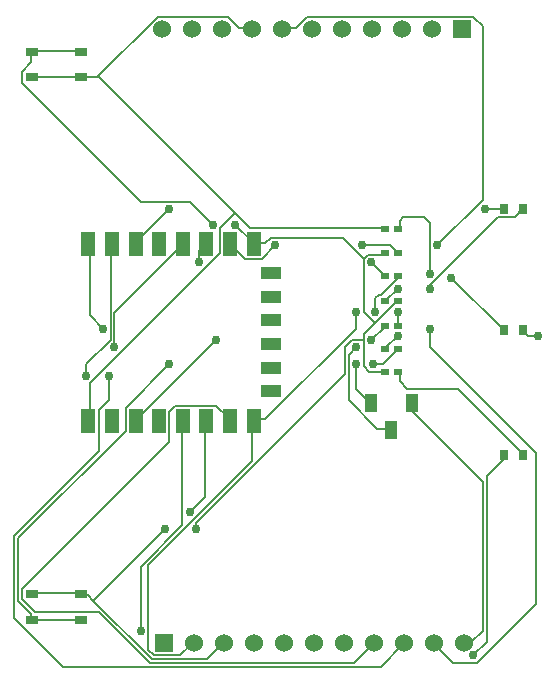
<source format=gbr>
G04 EAGLE Gerber RS-274X export*
G75*
%MOMM*%
%FSLAX34Y34*%
%LPD*%
%INTop Copper*%
%IPPOS*%
%AMOC8*
5,1,8,0,0,1.08239X$1,22.5*%
G01*
%ADD10R,1.524000X1.524000*%
%ADD11C,1.524000*%
%ADD12R,1.200000X2.000000*%
%ADD13R,1.700000X1.100000*%
%ADD14R,0.750000X0.600000*%
%ADD15R,1.050000X0.650000*%
%ADD16R,0.800000X0.950000*%
%ADD17R,1.000000X1.600000*%
%ADD18C,0.152400*%
%ADD19C,0.756400*%


D10*
X596964Y41275D03*
D11*
X622364Y41275D03*
X647764Y41275D03*
X673164Y41275D03*
X698564Y41275D03*
X723964Y41275D03*
X749364Y41275D03*
X774764Y41275D03*
X800164Y41275D03*
X825564Y41275D03*
X850964Y41275D03*
D10*
X850011Y560515D03*
D11*
X824611Y560515D03*
X799211Y560515D03*
X773811Y560515D03*
X748411Y560515D03*
X723011Y560515D03*
X697611Y560515D03*
X672211Y560515D03*
X646811Y560515D03*
X621411Y560515D03*
X596011Y560515D03*
D12*
X533250Y229165D03*
X553250Y229165D03*
X573250Y229165D03*
X593250Y229165D03*
X613250Y229165D03*
X633250Y229165D03*
X653250Y229165D03*
X673250Y229165D03*
X673250Y379165D03*
X653250Y379165D03*
X633250Y379165D03*
X613250Y379165D03*
X593250Y379165D03*
X573250Y379165D03*
X553250Y379165D03*
X533250Y379165D03*
D13*
X688250Y254165D03*
X688250Y274165D03*
X688250Y294165D03*
X688250Y314165D03*
X688250Y334165D03*
X688250Y354165D03*
D14*
X784377Y391351D03*
X795377Y391351D03*
D15*
X485282Y541547D03*
X526782Y541547D03*
X485282Y520047D03*
X526782Y520047D03*
X485409Y82188D03*
X526909Y82188D03*
X485409Y60688D03*
X526909Y60688D03*
D14*
X784250Y370967D03*
X795250Y370967D03*
X784313Y351346D03*
X795313Y351346D03*
D16*
X901128Y408686D03*
X885128Y408686D03*
D14*
X784250Y330708D03*
X795250Y330708D03*
X784504Y309753D03*
X795504Y309753D03*
D16*
X901191Y305562D03*
X885191Y305562D03*
D14*
X784250Y289751D03*
X795250Y289751D03*
X784440Y270383D03*
X795440Y270383D03*
D16*
X901064Y200533D03*
X885064Y200533D03*
D17*
X789877Y221355D03*
X807377Y244355D03*
X772377Y244355D03*
D18*
X526400Y83200D02*
X486400Y83200D01*
X485409Y82188D01*
X526400Y83200D02*
X526909Y82188D01*
X528000Y81600D02*
X532800Y81600D01*
X537600Y76800D02*
X587200Y27200D01*
X537600Y76800D02*
X532800Y81600D01*
X587200Y27200D02*
X633600Y27200D01*
X646400Y40000D01*
X528000Y81600D02*
X526909Y82188D01*
X646400Y40000D02*
X647764Y41275D01*
X526400Y542400D02*
X486400Y542400D01*
X485282Y541547D01*
X526400Y542400D02*
X526782Y541547D01*
X771200Y270400D02*
X784000Y270400D01*
X771200Y270400D02*
X766400Y275200D01*
X766400Y297600D02*
X766400Y302400D01*
X766400Y297600D02*
X766400Y275200D01*
X776000Y312000D02*
X795200Y331200D01*
X776000Y312000D02*
X766400Y302400D01*
X784000Y270400D02*
X784440Y270383D01*
X795250Y330708D02*
X795200Y331200D01*
X784000Y369600D02*
X769600Y369600D01*
X766400Y366400D01*
X766400Y321600D01*
X776000Y312000D01*
X784000Y369600D02*
X784250Y370967D01*
X683200Y379200D02*
X673600Y379200D01*
X683200Y379200D02*
X688000Y384000D01*
X748800Y384000D01*
X766400Y366400D01*
X484800Y532800D02*
X484800Y540800D01*
X484800Y532800D02*
X476800Y524800D01*
X476800Y515200D01*
X577600Y414400D01*
X619200Y414400D01*
X638400Y395200D01*
X657600Y395200D02*
X673600Y379200D01*
X484800Y540800D02*
X485282Y541547D01*
X673250Y379165D02*
X673600Y379200D01*
X598400Y137600D02*
X537600Y76800D01*
X624000Y137600D02*
X624000Y142400D01*
X750400Y268800D01*
X750400Y291200D01*
X756800Y297600D01*
X766400Y297600D01*
D19*
X638400Y395200D03*
X657600Y395200D03*
X598400Y137600D03*
X624000Y137600D03*
D18*
X632000Y164800D02*
X632000Y228800D01*
X632000Y164800D02*
X619200Y152000D01*
X632000Y228800D02*
X633250Y229165D01*
D19*
X619200Y152000D03*
D18*
X612800Y140800D02*
X612800Y228800D01*
X612800Y140800D02*
X577600Y105600D01*
X577600Y51200D01*
X612800Y228800D02*
X613250Y229165D01*
D19*
X577600Y51200D03*
D18*
X652800Y230400D02*
X641600Y241600D01*
X606400Y241600D01*
X601600Y236800D01*
X601600Y211200D01*
X476800Y86400D01*
X476800Y78400D01*
X488000Y67200D01*
X542400Y67200D01*
X585600Y24000D01*
X758400Y24000D01*
X774400Y40000D01*
X653250Y229165D02*
X652800Y230400D01*
X774764Y41275D02*
X774400Y40000D01*
X884800Y196800D02*
X884800Y200000D01*
X884800Y196800D02*
X870400Y182400D01*
X870400Y41600D01*
X859200Y30400D01*
X884800Y200000D02*
X885064Y200533D01*
D19*
X859200Y30400D03*
D18*
X795200Y371200D02*
X788800Y377600D01*
X764800Y377600D01*
X691200Y377600D02*
X680000Y366400D01*
X665600Y366400D01*
X654400Y377600D01*
X795200Y371200D02*
X795250Y370967D01*
X654400Y377600D02*
X653250Y379165D01*
X699200Y561600D02*
X708800Y561600D01*
X718400Y571200D01*
X859200Y571200D01*
X867200Y563200D01*
X867200Y416000D01*
X828800Y377600D01*
X699200Y561600D02*
X697611Y560515D01*
D19*
X764800Y377600D03*
X691200Y377600D03*
X828800Y377600D03*
D18*
X534400Y377600D02*
X534400Y318400D01*
X545600Y307200D01*
X822400Y307200D02*
X822400Y291200D01*
X912000Y201600D01*
X912000Y73600D01*
X862400Y24000D01*
X841600Y24000D01*
X825600Y40000D01*
X534400Y377600D02*
X533250Y379165D01*
X825564Y41275D02*
X825600Y40000D01*
D19*
X545600Y307200D03*
X822400Y307200D03*
D18*
X784000Y392000D02*
X670400Y392000D01*
X657600Y404800D02*
X542400Y520000D01*
X657600Y404800D02*
X670400Y392000D01*
X540800Y520000D02*
X528000Y520000D01*
X540800Y520000D02*
X542400Y520000D01*
X784000Y392000D02*
X784377Y391351D01*
X528000Y520000D02*
X526782Y520047D01*
X526400Y520000D02*
X486400Y520000D01*
X485282Y520047D01*
X526400Y520000D02*
X526782Y520047D01*
X534400Y260800D02*
X534400Y230400D01*
X534400Y260800D02*
X644800Y371200D01*
X644800Y392000D01*
X657600Y404800D01*
X534400Y230400D02*
X533250Y229165D01*
X660800Y561600D02*
X672000Y561600D01*
X660800Y561600D02*
X651200Y571200D01*
X592000Y571200D01*
X540800Y520000D01*
X672211Y560515D02*
X672000Y561600D01*
X552000Y377600D02*
X552000Y297600D01*
X531200Y276800D01*
X531200Y267200D01*
X550400Y267200D02*
X550400Y246400D01*
X542400Y238400D01*
X542400Y203200D01*
X470400Y131200D01*
X470400Y62400D01*
X512000Y20800D01*
X780800Y20800D01*
X800000Y40000D01*
X552000Y377600D02*
X553250Y379165D01*
X800164Y41275D02*
X800000Y40000D01*
D19*
X531200Y267200D03*
X550400Y267200D03*
D18*
X780800Y336000D02*
X795200Y350400D01*
X780800Y336000D02*
X779200Y336000D01*
X776000Y332800D01*
X776000Y321600D01*
X795200Y321600D02*
X795200Y310400D01*
X795200Y350400D02*
X795313Y351346D01*
X795200Y310400D02*
X795504Y309753D01*
X796800Y392000D02*
X796800Y398400D01*
X800000Y401600D01*
X817600Y401600D01*
X822400Y396800D01*
X822400Y353600D01*
X796800Y392000D02*
X795377Y391351D01*
X840000Y350400D02*
X884800Y305600D01*
X885191Y305562D01*
X672000Y228800D02*
X672000Y195200D01*
X584000Y107200D01*
X584000Y35200D01*
X588800Y30400D01*
X611200Y30400D01*
X620800Y40000D01*
X672000Y228800D02*
X673250Y229165D01*
X622364Y41275D02*
X620800Y40000D01*
X760000Y307200D02*
X760000Y321600D01*
X760000Y307200D02*
X683200Y230400D01*
X673600Y230400D01*
X673250Y229165D01*
D19*
X776000Y321600D03*
X795200Y321600D03*
X822400Y353600D03*
X840000Y350400D03*
X760000Y321600D03*
D18*
X772800Y297600D02*
X784000Y308800D01*
X641600Y297600D02*
X574400Y230400D01*
X784000Y308800D02*
X784504Y309753D01*
X574400Y230400D02*
X573250Y229165D01*
D19*
X772800Y297600D03*
X641600Y297600D03*
D18*
X526400Y60800D02*
X486400Y60800D01*
X485409Y60688D01*
X526400Y60800D02*
X526909Y60688D01*
X782400Y276800D02*
X795200Y289600D01*
X782400Y276800D02*
X774400Y276800D01*
X760000Y276800D02*
X760000Y256000D01*
X771200Y244800D01*
X795200Y289600D02*
X795250Y289751D01*
X772377Y244355D02*
X771200Y244800D01*
X484800Y65600D02*
X484800Y60800D01*
X484800Y65600D02*
X473600Y76800D01*
X473600Y129600D01*
X564800Y220800D01*
X564800Y240000D01*
X601600Y276800D01*
X485409Y60688D02*
X484800Y60800D01*
D19*
X774400Y276800D03*
X760000Y276800D03*
X601600Y276800D03*
D18*
X772800Y363200D02*
X784000Y352000D01*
X627200Y363200D02*
X627200Y372800D01*
X632000Y377600D01*
X784000Y352000D02*
X784313Y351346D01*
X633250Y379165D02*
X632000Y377600D01*
D19*
X772800Y363200D03*
X627200Y363200D03*
D18*
X868800Y408000D02*
X884800Y408000D01*
X601600Y408000D02*
X572800Y379200D01*
X884800Y408000D02*
X885128Y408686D01*
X573250Y379165D02*
X572800Y379200D01*
D19*
X868800Y408000D03*
X601600Y408000D03*
D18*
X785600Y331200D02*
X795200Y340800D01*
X822400Y340800D02*
X822400Y344000D01*
X880000Y401600D01*
X894400Y401600D01*
X900800Y408000D01*
X785600Y331200D02*
X784250Y330708D01*
X900800Y408000D02*
X901128Y408686D01*
D19*
X795200Y340800D03*
X822400Y340800D03*
D18*
X795200Y300800D02*
X785600Y291200D01*
X905600Y300800D02*
X913600Y300800D01*
X905600Y300800D02*
X902400Y304000D01*
X785600Y291200D02*
X784250Y289751D01*
X901191Y305562D02*
X902400Y304000D01*
D19*
X795200Y300800D03*
X913600Y300800D03*
D18*
X796800Y268800D02*
X796800Y262400D01*
X803200Y256000D01*
X846400Y256000D01*
X900800Y201600D01*
X796800Y268800D02*
X795440Y270383D01*
X900800Y201600D02*
X901064Y200533D01*
X788800Y222400D02*
X777600Y222400D01*
X753600Y246400D01*
X753600Y284800D01*
X760000Y291200D01*
X555200Y291200D02*
X555200Y320000D01*
X612800Y377600D01*
X788800Y222400D02*
X789877Y221355D01*
X612800Y377600D02*
X613250Y379165D01*
D19*
X760000Y291200D03*
X555200Y291200D03*
D18*
X808000Y243200D02*
X808000Y236800D01*
X867200Y177600D01*
X867200Y51200D01*
X857600Y41600D01*
X851200Y41600D01*
X808000Y243200D02*
X807377Y244355D01*
X851200Y41600D02*
X850964Y41275D01*
M02*

</source>
